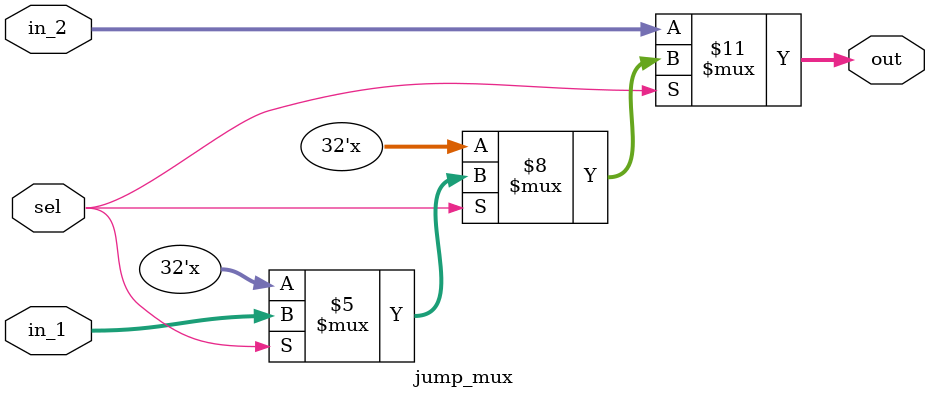
<source format=v>
module jump_mux (input [31:0] in_1, input [31:0] in_2, input sel, output reg [31:0] out);

always @ (in_1 or in_2 or sel)
if (sel == 1'b0) begin
out = in_2;
end else if (sel == 1'b1) begin
out = in_1;
end
endmodule
</source>
